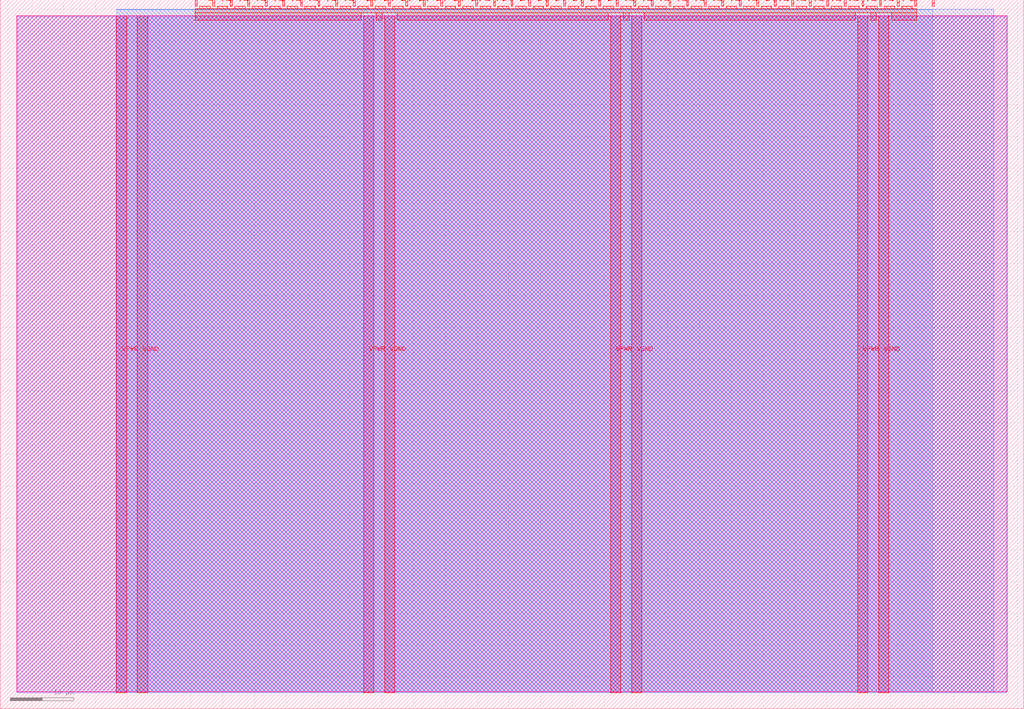
<source format=lef>
VERSION 5.7 ;
  NOWIREEXTENSIONATPIN ON ;
  DIVIDERCHAR "/" ;
  BUSBITCHARS "[]" ;
MACRO tt_um_wokwi_414120492890759169
  CLASS BLOCK ;
  FOREIGN tt_um_wokwi_414120492890759169 ;
  ORIGIN 0.000 0.000 ;
  SIZE 161.000 BY 111.520 ;
  PIN VGND
    DIRECTION INOUT ;
    USE GROUND ;
    PORT
      LAYER met4 ;
        RECT 21.580 2.480 23.180 109.040 ;
    END
    PORT
      LAYER met4 ;
        RECT 60.450 2.480 62.050 109.040 ;
    END
    PORT
      LAYER met4 ;
        RECT 99.320 2.480 100.920 109.040 ;
    END
    PORT
      LAYER met4 ;
        RECT 138.190 2.480 139.790 109.040 ;
    END
  END VGND
  PIN VPWR
    DIRECTION INOUT ;
    USE POWER ;
    PORT
      LAYER met4 ;
        RECT 18.280 2.480 19.880 109.040 ;
    END
    PORT
      LAYER met4 ;
        RECT 57.150 2.480 58.750 109.040 ;
    END
    PORT
      LAYER met4 ;
        RECT 96.020 2.480 97.620 109.040 ;
    END
    PORT
      LAYER met4 ;
        RECT 134.890 2.480 136.490 109.040 ;
    END
  END VPWR
  PIN clk
    DIRECTION INPUT ;
    USE SIGNAL ;
    ANTENNAGATEAREA 0.852000 ;
    PORT
      LAYER met4 ;
        RECT 143.830 110.520 144.130 111.520 ;
    END
  END clk
  PIN ena
    DIRECTION INPUT ;
    USE SIGNAL ;
    PORT
      LAYER met4 ;
        RECT 146.590 110.520 146.890 111.520 ;
    END
  END ena
  PIN rst_n
    DIRECTION INPUT ;
    USE SIGNAL ;
    PORT
      LAYER met4 ;
        RECT 141.070 110.520 141.370 111.520 ;
    END
  END rst_n
  PIN ui_in[0]
    DIRECTION INPUT ;
    USE SIGNAL ;
    ANTENNAGATEAREA 0.196500 ;
    PORT
      LAYER met4 ;
        RECT 138.310 110.520 138.610 111.520 ;
    END
  END ui_in[0]
  PIN ui_in[1]
    DIRECTION INPUT ;
    USE SIGNAL ;
    PORT
      LAYER met4 ;
        RECT 135.550 110.520 135.850 111.520 ;
    END
  END ui_in[1]
  PIN ui_in[2]
    DIRECTION INPUT ;
    USE SIGNAL ;
    PORT
      LAYER met4 ;
        RECT 132.790 110.520 133.090 111.520 ;
    END
  END ui_in[2]
  PIN ui_in[3]
    DIRECTION INPUT ;
    USE SIGNAL ;
    PORT
      LAYER met4 ;
        RECT 130.030 110.520 130.330 111.520 ;
    END
  END ui_in[3]
  PIN ui_in[4]
    DIRECTION INPUT ;
    USE SIGNAL ;
    PORT
      LAYER met4 ;
        RECT 127.270 110.520 127.570 111.520 ;
    END
  END ui_in[4]
  PIN ui_in[5]
    DIRECTION INPUT ;
    USE SIGNAL ;
    PORT
      LAYER met4 ;
        RECT 124.510 110.520 124.810 111.520 ;
    END
  END ui_in[5]
  PIN ui_in[6]
    DIRECTION INPUT ;
    USE SIGNAL ;
    PORT
      LAYER met4 ;
        RECT 121.750 110.520 122.050 111.520 ;
    END
  END ui_in[6]
  PIN ui_in[7]
    DIRECTION INPUT ;
    USE SIGNAL ;
    PORT
      LAYER met4 ;
        RECT 118.990 110.520 119.290 111.520 ;
    END
  END ui_in[7]
  PIN uio_in[0]
    DIRECTION INPUT ;
    USE SIGNAL ;
    PORT
      LAYER met4 ;
        RECT 116.230 110.520 116.530 111.520 ;
    END
  END uio_in[0]
  PIN uio_in[1]
    DIRECTION INPUT ;
    USE SIGNAL ;
    PORT
      LAYER met4 ;
        RECT 113.470 110.520 113.770 111.520 ;
    END
  END uio_in[1]
  PIN uio_in[2]
    DIRECTION INPUT ;
    USE SIGNAL ;
    PORT
      LAYER met4 ;
        RECT 110.710 110.520 111.010 111.520 ;
    END
  END uio_in[2]
  PIN uio_in[3]
    DIRECTION INPUT ;
    USE SIGNAL ;
    PORT
      LAYER met4 ;
        RECT 107.950 110.520 108.250 111.520 ;
    END
  END uio_in[3]
  PIN uio_in[4]
    DIRECTION INPUT ;
    USE SIGNAL ;
    PORT
      LAYER met4 ;
        RECT 105.190 110.520 105.490 111.520 ;
    END
  END uio_in[4]
  PIN uio_in[5]
    DIRECTION INPUT ;
    USE SIGNAL ;
    PORT
      LAYER met4 ;
        RECT 102.430 110.520 102.730 111.520 ;
    END
  END uio_in[5]
  PIN uio_in[6]
    DIRECTION INPUT ;
    USE SIGNAL ;
    PORT
      LAYER met4 ;
        RECT 99.670 110.520 99.970 111.520 ;
    END
  END uio_in[6]
  PIN uio_in[7]
    DIRECTION INPUT ;
    USE SIGNAL ;
    PORT
      LAYER met4 ;
        RECT 96.910 110.520 97.210 111.520 ;
    END
  END uio_in[7]
  PIN uio_oe[0]
    DIRECTION OUTPUT ;
    USE SIGNAL ;
    PORT
      LAYER met4 ;
        RECT 49.990 110.520 50.290 111.520 ;
    END
  END uio_oe[0]
  PIN uio_oe[1]
    DIRECTION OUTPUT ;
    USE SIGNAL ;
    PORT
      LAYER met4 ;
        RECT 47.230 110.520 47.530 111.520 ;
    END
  END uio_oe[1]
  PIN uio_oe[2]
    DIRECTION OUTPUT ;
    USE SIGNAL ;
    PORT
      LAYER met4 ;
        RECT 44.470 110.520 44.770 111.520 ;
    END
  END uio_oe[2]
  PIN uio_oe[3]
    DIRECTION OUTPUT ;
    USE SIGNAL ;
    PORT
      LAYER met4 ;
        RECT 41.710 110.520 42.010 111.520 ;
    END
  END uio_oe[3]
  PIN uio_oe[4]
    DIRECTION OUTPUT ;
    USE SIGNAL ;
    PORT
      LAYER met4 ;
        RECT 38.950 110.520 39.250 111.520 ;
    END
  END uio_oe[4]
  PIN uio_oe[5]
    DIRECTION OUTPUT ;
    USE SIGNAL ;
    PORT
      LAYER met4 ;
        RECT 36.190 110.520 36.490 111.520 ;
    END
  END uio_oe[5]
  PIN uio_oe[6]
    DIRECTION OUTPUT ;
    USE SIGNAL ;
    PORT
      LAYER met4 ;
        RECT 33.430 110.520 33.730 111.520 ;
    END
  END uio_oe[6]
  PIN uio_oe[7]
    DIRECTION OUTPUT ;
    USE SIGNAL ;
    PORT
      LAYER met4 ;
        RECT 30.670 110.520 30.970 111.520 ;
    END
  END uio_oe[7]
  PIN uio_out[0]
    DIRECTION OUTPUT ;
    USE SIGNAL ;
    PORT
      LAYER met4 ;
        RECT 72.070 110.520 72.370 111.520 ;
    END
  END uio_out[0]
  PIN uio_out[1]
    DIRECTION OUTPUT ;
    USE SIGNAL ;
    PORT
      LAYER met4 ;
        RECT 69.310 110.520 69.610 111.520 ;
    END
  END uio_out[1]
  PIN uio_out[2]
    DIRECTION OUTPUT ;
    USE SIGNAL ;
    PORT
      LAYER met4 ;
        RECT 66.550 110.520 66.850 111.520 ;
    END
  END uio_out[2]
  PIN uio_out[3]
    DIRECTION OUTPUT ;
    USE SIGNAL ;
    PORT
      LAYER met4 ;
        RECT 63.790 110.520 64.090 111.520 ;
    END
  END uio_out[3]
  PIN uio_out[4]
    DIRECTION OUTPUT ;
    USE SIGNAL ;
    PORT
      LAYER met4 ;
        RECT 61.030 110.520 61.330 111.520 ;
    END
  END uio_out[4]
  PIN uio_out[5]
    DIRECTION OUTPUT ;
    USE SIGNAL ;
    PORT
      LAYER met4 ;
        RECT 58.270 110.520 58.570 111.520 ;
    END
  END uio_out[5]
  PIN uio_out[6]
    DIRECTION OUTPUT ;
    USE SIGNAL ;
    PORT
      LAYER met4 ;
        RECT 55.510 110.520 55.810 111.520 ;
    END
  END uio_out[6]
  PIN uio_out[7]
    DIRECTION OUTPUT ;
    USE SIGNAL ;
    PORT
      LAYER met4 ;
        RECT 52.750 110.520 53.050 111.520 ;
    END
  END uio_out[7]
  PIN uo_out[0]
    DIRECTION OUTPUT ;
    USE SIGNAL ;
    ANTENNADIFFAREA 0.445500 ;
    PORT
      LAYER met4 ;
        RECT 94.150 110.520 94.450 111.520 ;
    END
  END uo_out[0]
  PIN uo_out[1]
    DIRECTION OUTPUT ;
    USE SIGNAL ;
    PORT
      LAYER met4 ;
        RECT 91.390 110.520 91.690 111.520 ;
    END
  END uo_out[1]
  PIN uo_out[2]
    DIRECTION OUTPUT ;
    USE SIGNAL ;
    PORT
      LAYER met4 ;
        RECT 88.630 110.520 88.930 111.520 ;
    END
  END uo_out[2]
  PIN uo_out[3]
    DIRECTION OUTPUT ;
    USE SIGNAL ;
    PORT
      LAYER met4 ;
        RECT 85.870 110.520 86.170 111.520 ;
    END
  END uo_out[3]
  PIN uo_out[4]
    DIRECTION OUTPUT ;
    USE SIGNAL ;
    PORT
      LAYER met4 ;
        RECT 83.110 110.520 83.410 111.520 ;
    END
  END uo_out[4]
  PIN uo_out[5]
    DIRECTION OUTPUT ;
    USE SIGNAL ;
    PORT
      LAYER met4 ;
        RECT 80.350 110.520 80.650 111.520 ;
    END
  END uo_out[5]
  PIN uo_out[6]
    DIRECTION OUTPUT ;
    USE SIGNAL ;
    PORT
      LAYER met4 ;
        RECT 77.590 110.520 77.890 111.520 ;
    END
  END uo_out[6]
  PIN uo_out[7]
    DIRECTION OUTPUT ;
    USE SIGNAL ;
    PORT
      LAYER met4 ;
        RECT 74.830 110.520 75.130 111.520 ;
    END
  END uo_out[7]
  OBS
      LAYER nwell ;
        RECT 2.570 2.635 158.430 108.990 ;
      LAYER li1 ;
        RECT 2.760 2.635 158.240 108.885 ;
      LAYER met1 ;
        RECT 2.760 2.480 158.240 109.040 ;
      LAYER met2 ;
        RECT 18.310 2.535 156.300 110.005 ;
      LAYER met3 ;
        RECT 18.290 2.555 146.675 109.985 ;
      LAYER met4 ;
        RECT 31.370 110.120 33.030 110.520 ;
        RECT 34.130 110.120 35.790 110.520 ;
        RECT 36.890 110.120 38.550 110.520 ;
        RECT 39.650 110.120 41.310 110.520 ;
        RECT 42.410 110.120 44.070 110.520 ;
        RECT 45.170 110.120 46.830 110.520 ;
        RECT 47.930 110.120 49.590 110.520 ;
        RECT 50.690 110.120 52.350 110.520 ;
        RECT 53.450 110.120 55.110 110.520 ;
        RECT 56.210 110.120 57.870 110.520 ;
        RECT 58.970 110.120 60.630 110.520 ;
        RECT 61.730 110.120 63.390 110.520 ;
        RECT 64.490 110.120 66.150 110.520 ;
        RECT 67.250 110.120 68.910 110.520 ;
        RECT 70.010 110.120 71.670 110.520 ;
        RECT 72.770 110.120 74.430 110.520 ;
        RECT 75.530 110.120 77.190 110.520 ;
        RECT 78.290 110.120 79.950 110.520 ;
        RECT 81.050 110.120 82.710 110.520 ;
        RECT 83.810 110.120 85.470 110.520 ;
        RECT 86.570 110.120 88.230 110.520 ;
        RECT 89.330 110.120 90.990 110.520 ;
        RECT 92.090 110.120 93.750 110.520 ;
        RECT 94.850 110.120 96.510 110.520 ;
        RECT 97.610 110.120 99.270 110.520 ;
        RECT 100.370 110.120 102.030 110.520 ;
        RECT 103.130 110.120 104.790 110.520 ;
        RECT 105.890 110.120 107.550 110.520 ;
        RECT 108.650 110.120 110.310 110.520 ;
        RECT 111.410 110.120 113.070 110.520 ;
        RECT 114.170 110.120 115.830 110.520 ;
        RECT 116.930 110.120 118.590 110.520 ;
        RECT 119.690 110.120 121.350 110.520 ;
        RECT 122.450 110.120 124.110 110.520 ;
        RECT 125.210 110.120 126.870 110.520 ;
        RECT 127.970 110.120 129.630 110.520 ;
        RECT 130.730 110.120 132.390 110.520 ;
        RECT 133.490 110.120 135.150 110.520 ;
        RECT 136.250 110.120 137.910 110.520 ;
        RECT 139.010 110.120 140.670 110.520 ;
        RECT 141.770 110.120 143.430 110.520 ;
        RECT 30.655 109.440 144.145 110.120 ;
        RECT 30.655 108.295 56.750 109.440 ;
        RECT 59.150 108.295 60.050 109.440 ;
        RECT 62.450 108.295 95.620 109.440 ;
        RECT 98.020 108.295 98.920 109.440 ;
        RECT 101.320 108.295 134.490 109.440 ;
        RECT 136.890 108.295 137.790 109.440 ;
        RECT 140.190 108.295 144.145 109.440 ;
  END
END tt_um_wokwi_414120492890759169
END LIBRARY


</source>
